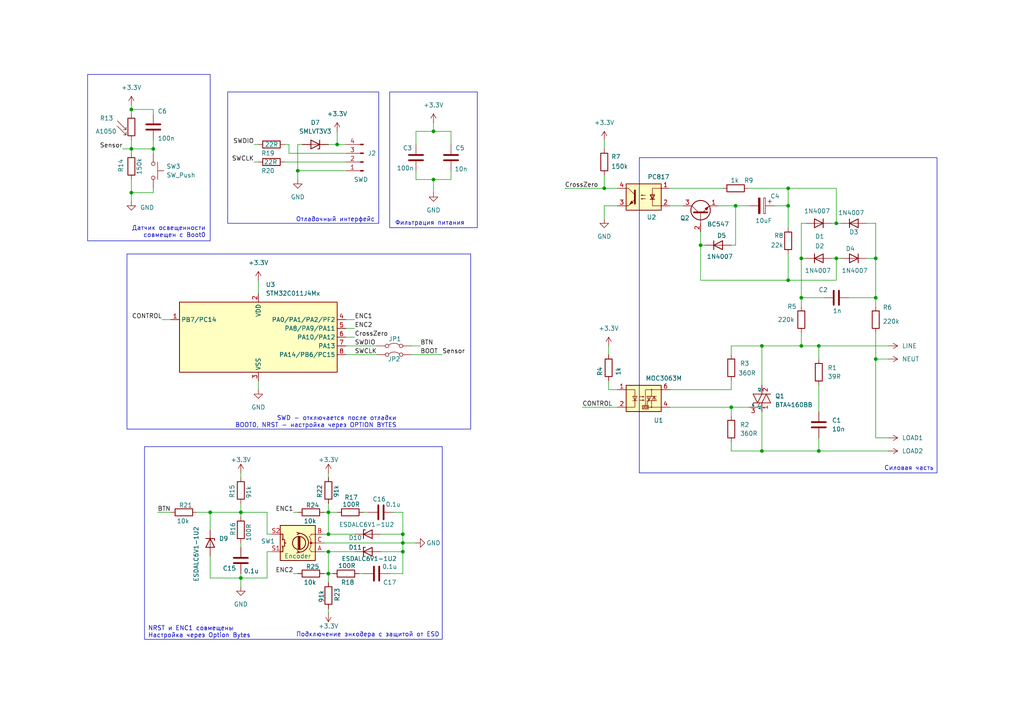
<source format=kicad_sch>
(kicad_sch (version 20250114) (generator "eeschema") (generator_version "9.0")
  (paper "A4")
  (title_block (title "Диммер с датчиком освещенности") (comment 2 "Зеленин Е.В."))
  (lib_symbols
    (symbol "Connector:Conn_01x04_Pin" (pin_names (offset 1.016) (hide yes))
      (property "Reference" "J" (at 0 5.08 0))
      (property "Value" "Conn_01x04_Pin" (at 0 -7.62 0))
      (symbol "Conn_01x04_Pin_1_1"
        (rectangle (start 0.8636 2.667) (end 0 2.413) (stroke (width 0.1524)) (fill (type outline)))
        (rectangle (start 0.8636 0.127) (end 0 -0.127) (stroke (width 0.1524)) (fill (type outline)))
        (rectangle (start 0.8636 -2.413) (end 0 -2.667) (stroke (width 0.1524)) (fill (type outline)))
        (rectangle (start 0.8636 -4.953) (end 0 -5.207) (stroke (width 0.1524)) (fill (type outline)))
        (polyline (pts (xy 1.27 2.54) (xy 0.8636 2.54)) (stroke (width 0.1524)))
        (polyline (pts (xy 1.27 0) (xy 0.8636 0)) (stroke (width 0.1524)))
        (polyline (pts (xy 1.27 -2.54) (xy 0.8636 -2.54)) (stroke (width 0.1524)))
        (polyline (pts (xy 1.27 -5.08) (xy 0.8636 -5.08)) (stroke (width 0.1524)))
        (pin passive line (at 5.08 2.54 180) (length 3.81) (name "Pin_1") (number "1"))
        (pin passive line (at 5.08 0 180) (length 3.81) (name "Pin_2") (number "2"))
        (pin passive line (at 5.08 -2.54 180) (length 3.81) (name "Pin_3") (number "3"))
        (pin passive line (at 5.08 -5.08 180) (length 3.81) (name "Pin_4") (number "4"))
      )
    )
    (symbol "Device:C" (pin_numbers (hide yes)) (pin_names (offset 0.254))
      (property "Reference" "C" (at 0.635 2.54 0))
      (property "Value" "C" (at 0.635 -2.54 0))
      (symbol "C_0_1"
        (polyline (pts (xy -2.032 0.762) (xy 2.032 0.762)) (stroke (width 0.508)))
        (polyline (pts (xy -2.032 -0.762) (xy 2.032 -0.762)) (stroke (width 0.508)))
      )
      (symbol "C_1_1"
        (pin passive line (at 0 3.81 270) (length 2.794) (name "~") (number "1"))
        (pin passive line (at 0 -3.81 90) (length 2.794) (name "~") (number "2"))
      )
    )
    (symbol "Device:C_Polarized" (pin_numbers (hide yes)) (pin_names (offset 0.254))
      (property "Reference" "C" (at 0.635 2.54 0))
      (property "Value" "C_Polarized" (at 0.635 -2.54 0))
      (symbol "C_Polarized_0_1"
        (rectangle (start -2.286 0.508) (end 2.286 1.016))
        (polyline (pts (xy -1.778 2.286) (xy -0.762 2.286)))
        (polyline (pts (xy -1.27 2.794) (xy -1.27 1.778)))
        (rectangle (start 2.286 -0.508) (end -2.286 -1.016) (fill (type outline)))
      )
      (symbol "C_Polarized_1_1"
        (pin passive line (at 0 3.81 270) (length 2.794) (name "~") (number "1"))
        (pin passive line (at 0 -3.81 90) (length 2.794) (name "~") (number "2"))
      )
    )
    (symbol "Device:D" (pin_numbers (hide yes)) (pin_names (offset 1.016) (hide yes))
      (property "Reference" "D" (at 0 2.54 0))
      (property "Value" "D" (at 0 -2.54 0))
      (symbol "D_0_1"
        (polyline (pts (xy -1.27 1.27) (xy -1.27 -1.27)) (stroke (width 0.254)))
        (polyline (pts (xy 1.27 1.27) (xy 1.27 -1.27) (xy -1.27 0) (xy 1.27 1.27)) (stroke (width 0.254)))
        (polyline (pts (xy 1.27 0) (xy -1.27 0)))
      )
      (symbol "D_1_1"
        (pin passive line (at -3.81 0 0) (length 2.54) (name "K") (number "1"))
        (pin passive line (at 3.81 0 180) (length 2.54) (name "A") (number "2"))
      )
    )
    (symbol "Device:R" (pin_numbers (hide yes)) (pin_names (offset 0))
      (property "Reference" "R" (at 2.032 0 90))
      (property "Value" "R" (at 0 0 90))
      (symbol "R_0_1"
        (rectangle (start -1.016 -2.54) (end 1.016 2.54) (stroke (width 0.254)))
      )
      (symbol "R_1_1"
        (pin passive line (at 0 3.81 270) (length 1.27) (name "~") (number "1"))
        (pin passive line (at 0 -3.81 90) (length 1.27) (name "~") (number "2"))
      )
    )
    (symbol "Device:RotaryEncoder_Switch" (pin_names (offset 0.254) (hide yes))
      (property "Reference" "SW" (at 0 6.604 0))
      (property "Value" "RotaryEncoder_Switch" (at 0 -6.604 0))
      (symbol "RotaryEncoder_Switch_0_1"
        (rectangle (start -5.08 5.08) (end 5.08 -5.08) (stroke (width 0.254)) (fill (type background)))
        (polyline (pts (xy -5.08 2.54) (xy -3.81 2.54) (xy -3.81 2.032)))
        (polyline (pts (xy -5.08 0) (xy -3.81 0) (xy -3.81 -1.016) (xy -3.302 -2.032)))
        (polyline (pts (xy -5.08 -2.54) (xy -3.81 -2.54) (xy -3.81 -2.032)))
        (polyline (pts (xy -4.318 0) (xy -3.81 0) (xy -3.81 1.016) (xy -3.302 2.032)))
        (circle (center -3.81 0) (radius 0.254) (fill (type outline)))
        (polyline (pts (xy -0.635 -1.778) (xy -0.635 1.778)) (stroke (width 0.254)))
        (circle (center -0.381 0) (radius 1.905) (stroke (width 0.254)))
        (polyline (pts (xy -0.381 -1.778) (xy -0.381 1.778)) (stroke (width 0.254)))
        (arc (start -0.381 -2.794) (mid -3.0988 -0.0635) (end -0.381 2.667) (stroke (width 0.254)))
        (polyline (pts (xy -0.127 1.778) (xy -0.127 -1.778)) (stroke (width 0.254)))
        (polyline (pts (xy 0.254 2.921) (xy -0.508 2.667) (xy 0.127 2.286)) (stroke (width 0.254)))
        (polyline (pts (xy 0.254 -3.048) (xy -0.508 -2.794) (xy 0.127 -2.413)) (stroke (width 0.254)))
        (polyline (pts (xy 3.81 1.016) (xy 3.81 -1.016)) (stroke (width 0.254)))
        (polyline (pts (xy 3.81 0) (xy 3.429 0)) (stroke (width 0.254)))
        (circle (center 4.318 1.016) (radius 0.127) (stroke (width 0.254)))
        (circle (center 4.318 -1.016) (radius 0.127) (stroke (width 0.254)))
        (polyline (pts (xy 5.08 2.54) (xy 4.318 2.54) (xy 4.318 1.016)) (stroke (width 0.254)))
        (polyline (pts (xy 5.08 -2.54) (xy 4.318 -2.54) (xy 4.318 -1.016)) (stroke (width 0.254)))
      )
      (symbol "RotaryEncoder_Switch_1_1"
        (pin passive line (at -7.62 2.54 0) (length 2.54) (name "A") (number "A"))
        (pin passive line (at -7.62 0 0) (length 2.54) (name "C") (number "C"))
        (pin passive line (at -7.62 -2.54 0) (length 2.54) (name "B") (number "B"))
        (pin passive line (at 7.62 2.54 180) (length 2.54) (name "S1") (number "S1"))
        (pin passive line (at 7.62 -2.54 180) (length 2.54) (name "S2") (number "S2"))
      )
    )
    (symbol "Diode:ESD5Zxx" (pin_numbers (hide yes)) (pin_names (hide yes))
      (property "Reference" "D" (at 0 2.54 0))
      (property "Value" "ESD5Zxx" (at 0 -2.54 0))
      (symbol "ESD5Zxx_0_1"
        (polyline (pts (xy -1.27 -1.27) (xy -1.27 1.27) (xy -0.762 1.27)) (stroke (width 0.254)))
        (polyline (pts (xy 1.27 0) (xy -1.27 0)))
        (polyline (pts (xy 1.27 -1.27) (xy 1.27 1.27) (xy -1.27 0) (xy 1.27 -1.27)) (stroke (width 0.254)))
      )
      (symbol "ESD5Zxx_1_1"
        (pin passive line (at -3.81 0 0) (length 2.54) (name "K") (number "1"))
        (pin passive line (at 3.81 0 180) (length 2.54) (name "A") (number "2"))
      )
    )
    (symbol "Isolator:PC817" (pin_names (offset 1.016))
      (property "Reference" "U" (at -5.08 5.08 0))
      (property "Value" "PC817" (at 0 5.08 0))
      (symbol "PC817_0_1"
        (rectangle (start -5.08 3.81) (end 5.08 -3.81) (stroke (width 0.254)) (fill (type background)))
        (polyline (pts (xy -5.08 2.54) (xy -2.54 2.54) (xy -2.54 -0.635)))
        (polyline (pts (xy -3.175 -0.635) (xy -1.905 -0.635)) (stroke (width 0.254)))
        (polyline (pts (xy -2.54 -0.635) (xy -2.54 -2.54) (xy -5.08 -2.54)))
        (polyline (pts (xy -2.54 -0.635) (xy -3.175 0.635) (xy -1.905 0.635) (xy -2.54 -0.635)) (stroke (width 0.254)))
        (polyline (pts (xy -0.508 0.508) (xy 0.762 0.508) (xy 0.381 0.381) (xy 0.381 0.635) (xy 0.762 0.508)))
        (polyline (pts (xy -0.508 -0.508) (xy 0.762 -0.508) (xy 0.381 -0.635) (xy 0.381 -0.381) (xy 0.762 -0.508)))
        (polyline (pts (xy 2.54 1.905) (xy 2.54 -1.905) (xy 2.54 -1.905)) (stroke (width 0.508)))
        (polyline (pts (xy 2.54 0.635) (xy 4.445 2.54)))
        (polyline (pts (xy 3.048 -1.651) (xy 3.556 -1.143) (xy 4.064 -2.159) (xy 3.048 -1.651) (xy 3.048 -1.651)) (fill (type outline)))
        (polyline (pts (xy 4.445 2.54) (xy 5.08 2.54)))
        (polyline (pts (xy 4.445 -2.54) (xy 2.54 -0.635)) (fill (type outline)))
        (polyline (pts (xy 4.445 -2.54) (xy 5.08 -2.54)))
      )
      (symbol "PC817_1_1"
        (pin passive line (at -7.62 2.54 0) (length 2.54) (name "~") (number "1"))
        (pin passive line (at -7.62 -2.54 0) (length 2.54) (name "~") (number "2"))
        (pin passive line (at 7.62 2.54 180) (length 2.54) (name "~") (number "4"))
        (pin passive line (at 7.62 -2.54 180) (length 2.54) (name "~") (number "3"))
      )
    )
    (symbol "Jumper:Jumper_2_Bridged" (pin_numbers (hide yes)) (pin_names (offset 0) (hide yes)) (exclude_from_sim yes)
      (property "Reference" "JP" (at 0 1.905 0))
      (property "Value" "Jumper_2_Bridged" (at 0 -2.54 0))
      (symbol "Jumper_2_Bridged_0_0"
        (circle (center -2.032 0) (radius 0.508))
        (circle (center 2.032 0) (radius 0.508))
      )
      (symbol "Jumper_2_Bridged_0_1"
        (arc (start -1.524 0.254) (mid 0 0.762) (end 1.524 0.254))
      )
      (symbol "Jumper_2_Bridged_1_1"
        (pin passive line (at -5.08 0 0) (length 2.54) (name "A") (number "1"))
        (pin passive line (at 5.08 0 180) (length 2.54) (name "B") (number "2"))
      )
    )
    (symbol "MCU_ST_STM32C0:STM32C011J4Mx"
      (property "Reference" "U" (at -22.86 11.43 0))
      (property "Value" "STM32C011J4Mx" (at 2.54 11.43 0))
      (symbol "STM32C011J4Mx_0_1"
        (rectangle (start -22.86 -10.16) (end 22.86 10.16) (stroke (width 0.254)) (fill (type background)))
      )
      (symbol "STM32C011J4Mx_1_1"
        (pin bidirectional line (at -25.4 5.08 0) (length 2.54) (name "PB7/PC14") (number "1"))
        (pin power_in line (at 0 12.7 270) (length 2.54) (name "VDD") (number "2"))
        (pin power_in line (at 0 -12.7 90) (length 2.54) (name "VSS") (number "3"))
        (pin bidirectional line (at 25.4 5.08 180) (length 2.54) (name "PA0/PA1/PA2/PF2") (number "4"))
        (pin bidirectional line (at 25.4 2.54 180) (length 2.54) (name "PA8/PA9/PA11") (number "5"))
        (pin bidirectional line (at 25.4 0 180) (length 2.54) (name "PA10/PA12") (number "6"))
        (pin bidirectional line (at 25.4 -2.54 180) (length 2.54) (name "PA13") (number "7"))
        (pin bidirectional line (at 25.4 -5.08 180) (length 2.54) (name "PA14/PB6/PC15") (number "8"))
      )
    )
    (symbol "Relay_SolidState:MOC3063M"
      (property "Reference" "U" (at -5.08 5.08 0))
      (property "Value" "MOC3063M" (at 0 5.08 0))
      (symbol "MOC3063M_0_0"
        (rectangle (start -0.381 -2.032) (end 1.397 -3.048))
        (polyline (pts (xy 1.524 -0.635) (xy 1.016 -1.016) (xy 1.016 -2.032)))
        (polyline (pts (xy 2.286 -2.54) (xy 1.397 -2.54)))
        (text "ZCD" (at 0.508 -2.54 0) (effects (font (size 0.508 0.508))))
      )
      (symbol "MOC3063M_0_1"
        (rectangle (start -5.08 3.81) (end 5.08 -3.81) (stroke (width 0.254)) (fill (type background)))
        (polyline (pts (xy -5.08 2.54) (xy -2.54 2.54) (xy -2.54 -2.54) (xy -5.08 -2.54)))
        (polyline (pts (xy -3.175 -0.635) (xy -1.905 -0.635)))
        (polyline (pts (xy -2.54 -0.635) (xy -3.175 0.635) (xy -1.905 0.635) (xy -2.54 -0.635)))
        (polyline (pts (xy -1.143 0.508) (xy 0.127 0.508) (xy -0.254 0.381) (xy -0.254 0.635) (xy 0.127 0.508)))
        (polyline (pts (xy -1.143 -0.508) (xy 0.127 -0.508) (xy -0.254 -0.635) (xy -0.254 -0.381) (xy 0.127 -0.508)))
        (polyline (pts (xy 0.889 -0.635) (xy 3.683 -0.635) (xy 3.048 0.635) (xy 2.413 -0.635)))
        (polyline (pts (xy 1.524 -0.635) (xy 1.524 0.635)))
        (polyline (pts (xy 2.286 2.54) (xy 0.508 2.54) (xy 0.508 -2.032)))
        (circle (center 2.286 2.54) (radius 0.127))
        (polyline (pts (xy 2.286 0.635) (xy 2.286 2.54) (xy 5.08 2.54)))
        (polyline (pts (xy 2.286 -0.635) (xy 2.286 -2.54) (xy 5.08 -2.54)))
        (circle (center 2.286 -2.54) (radius 0.127))
        (polyline (pts (xy 3.048 0.635) (xy 3.048 -0.635)))
        (polyline (pts (xy 3.683 0.635) (xy 0.889 0.635) (xy 1.524 -0.635) (xy 2.159 0.635)))
      )
      (symbol "MOC3063M_1_1"
        (pin passive line (at -7.62 2.54 0) (length 2.54) (name "~") (number "1"))
        (pin passive line (at -7.62 -2.54 0) (length 2.54) (name "~") (number "2"))
        (pin no_connect line (at -5.08 0 0) (length 2.54) (hide yes) (name "NC") (number "3"))
        (pin no_connect line (at 5.08 0 180) (length 2.54) (hide yes) (name "NC") (number "5"))
        (pin passive line (at 7.62 2.54 180) (length 2.54) (name "~") (number "6"))
        (pin passive line (at 7.62 -2.54 180) (length 2.54) (name "~") (number "4"))
      )
    )
    (symbol "Sensor_Optical:A1050" (pin_numbers (hide yes)) (pin_names (offset 0))
      (property "Reference" "R" (at -5.08 0 90))
      (property "Value" "A1050" (at 1.905 0 90))
      (symbol "A1050_0_1"
        (polyline (pts (xy -1.524 -0.762) (xy -4.064 1.778)))
        (polyline (pts (xy -1.524 -0.762) (xy -2.286 -0.762)))
        (polyline (pts (xy -1.524 -0.762) (xy -1.524 0)))
        (polyline (pts (xy -1.524 -2.286) (xy -4.064 0.254)))
        (polyline (pts (xy -1.524 -2.286) (xy -2.286 -2.286)))
        (polyline (pts (xy -1.524 -2.286) (xy -1.524 -1.524)))
        (rectangle (start -1.016 2.54) (end 1.016 -2.54) (stroke (width 0.254)))
      )
      (symbol "A1050_1_1"
        (pin passive line (at 0 3.81 270) (length 1.27) (name "~") (number "1"))
        (pin passive line (at 0 -3.81 90) (length 1.27) (name "~") (number "2"))
      )
    )
    (symbol "Switch:SW_Push" (pin_numbers (hide yes)) (pin_names (offset 1.016) (hide yes))
      (property "Reference" "SW" (at 1.27 2.54 0))
      (property "Value" "SW_Push" (at 0 -1.524 0))
      (symbol "SW_Push_0_1"
        (circle (center -2.032 0) (radius 0.508))
        (polyline (pts (xy 0 1.27) (xy 0 3.048)))
        (circle (center 2.032 0) (radius 0.508))
        (polyline (pts (xy 2.54 1.27) (xy -2.54 1.27)))
        (pin passive line (at -5.08 0 0) (length 2.54) (name "1") (number "1"))
        (pin passive line (at 5.08 0 180) (length 2.54) (name "2") (number "2"))
      )
    )
    (symbol "Transistor_BJT:BC107" (pin_names (offset 0) (hide yes))
      (property "Reference" "Q" (at 5.08 1.905 0))
      (property "Value" "BC107" (at 5.08 0 0))
      (symbol "BC107_0_1"
        (polyline (pts (xy -2.54 0) (xy 0.635 0)))
        (polyline (pts (xy 0.635 1.905) (xy 0.635 -1.905)) (stroke (width 0.508)))
        (circle (center 1.27 0) (radius 2.8194) (stroke (width 0.254)))
      )
      (symbol "BC107_1_1"
        (polyline (pts (xy 0.635 0.635) (xy 2.54 2.54)))
        (polyline (pts (xy 0.635 -0.635) (xy 2.54 -2.54)))
        (polyline (pts (xy 1.27 -1.778) (xy 1.778 -1.27) (xy 2.286 -2.286) (xy 1.27 -1.778)) (fill (type outline)))
        (pin input line (at -5.08 0 0) (length 2.54) (name "B") (number "2"))
        (pin passive line (at 2.54 5.08 270) (length 2.54) (name "C") (number "3"))
        (pin passive line (at 2.54 -5.08 90) (length 2.54) (name "E") (number "1"))
      )
    )
    (symbol "Triac_Thyristor:BTA16-600B" (pin_names (offset 0))
      (property "Reference" "Q" (at 5.08 1.905 0))
      (property "Value" "BTA16-600B" (at 5.08 0 0))
      (symbol "BTA16-600B_0_1"
        (polyline (pts (xy -2.54 1.27) (xy 2.54 1.27)) (stroke (width 0.2032)))
        (polyline (pts (xy -2.54 1.27) (xy -1.27 -1.27) (xy 0 1.27)) (stroke (width 0.2032)))
        (polyline (pts (xy -2.54 -1.27) (xy 2.54 -1.27)) (stroke (width 0.2032)))
        (polyline (pts (xy -1.27 -2.54) (xy -0.635 -1.27)))
        (polyline (pts (xy 0 -1.27) (xy 1.27 1.27) (xy 2.54 -1.27)) (stroke (width 0.2032)))
      )
      (symbol "BTA16-600B_1_1"
        (pin input line (at -3.81 -2.54 0) (length 2.54) (name "G") (number "3"))
        (pin passive line (at 0 3.81 270) (length 2.54) (name "A2") (number "2"))
        (pin passive line (at 0 -3.81 90) (length 2.54) (name "A1") (number "1"))
      )
    )
    (symbol "power:+3.3V" (power) (pin_numbers (hide yes)) (pin_names (offset 0) (hide yes))
      (property "Value" "+3.3V" (at 0 3.556 0))
      (symbol "+3.3V_0_1"
        (polyline (pts (xy -0.762 1.27) (xy 0 2.54)))
        (polyline (pts (xy 0 2.54) (xy 0.762 1.27)))
        (polyline (pts (xy 0 0) (xy 0 2.54)))
      )
      (symbol "+3.3V_1_1"
        (pin power_in line (at 0 0 90) (length 0) (name "~") (number "1"))
      )
    )
    (symbol "power:GND" (power) (pin_numbers (hide yes)) (pin_names (offset 0) (hide yes))
      (property "Value" "GND" (at 0 -3.81 0))
      (symbol "GND_0_1"
        (polyline (pts (xy 0 0) (xy 0 -1.27) (xy 1.27 -1.27) (xy 0 -2.54) (xy -1.27 -1.27) (xy 0 -1.27)))
      )
      (symbol "GND_1_1"
        (pin power_in line (at 0 0 270) (length 0) (name "~") (number "1"))
      )
    )
    (symbol "power:LINE" (power) (pin_numbers (hide yes)) (pin_names (offset 0) (hide yes))
      (property "Value" "LINE" (at 0 3.556 0))
      (symbol "LINE_0_1"
        (polyline (pts (xy -0.762 1.27) (xy 0 2.54)))
        (polyline (pts (xy 0 2.54) (xy 0.762 1.27)))
        (polyline (pts (xy 0 0) (xy 0 2.54)))
      )
      (symbol "LINE_1_1"
        (pin power_in line (at 0 0 90) (length 0) (name "~") (number "1"))
      )
    )
    (symbol "power:NEUT" (power) (pin_numbers (hide yes)) (pin_names (offset 0) (hide yes))
      (property "Value" "NEUT" (at 0 3.556 0))
      (symbol "NEUT_0_1"
        (polyline (pts (xy -0.762 1.27) (xy 0 2.54)))
        (polyline (pts (xy 0 2.54) (xy 0.762 1.27)))
        (polyline (pts (xy 0 0) (xy 0 2.54)))
      )
      (symbol "NEUT_1_1"
        (pin power_in line (at 0 0 90) (length 0) (name "~") (number "1"))
      )
    )
  )
  (rectangle (start 185.42 45.72) (end 271.78 137.16))
  (rectangle (start 36.83 73.66) (end 136.525 124.46))
  (rectangle (start 113.03 26.67) (end 138.43 66.04))
  (rectangle (start 66.04 26.67) (end 109.855 64.77))
  (rectangle (start 25.4 21.59) (end 60.96 69.85))
  (rectangle (start 41.91 129.54) (end 128.27 185.42))
  (text "Датчик освещенности\nсовмещен с Boot0" (at 59.69 67.31 0) (effects (font (size 1.27 1.27)) (justify right)))
  (text "Подключение энкодера с защитой от ESD" (at 106.68 184.15 0) (effects (font (size 1.27 1.27))))
  (text "Отладочный интерфейс" (at 97.282 63.754 0) (effects (font (size 1.27 1.27))))
  (text "Силовая часть" (at 263.652 135.89 0) (effects (font (size 1.27 1.27))))
  (text "NRST и ENC1 совмещены\nНастройка через Option Bytes" (at 42.926 183.388 0) (effects (font (size 1.27 1.27) (thickness 0.1588)) (justify left)))
  (text "Фильтрация питания" (at 124.714 64.77 0) (effects (font (size 1.27 1.27))))
  (text "SWD - отключается после отладки\nBOOT0, NRST - настройка через OPTION BYTES\n" (at 115.062 122.428 0) (effects (font (size 1.27 1.27)) (justify right)))
  (junction (at 232.41 100.33))
  (junction (at 254 74.93))
  (junction (at 95.25 166.37))
  (junction (at 95.25 148.59))
  (junction (at 38.1 31.75))
  (junction (at 220.98 130.81))
  (junction (at 213.36 59.69))
  (junction (at 116.84 154.94))
  (junction (at 220.98 100.33))
  (junction (at 232.41 86.36))
  (junction (at 116.84 157.48))
  (junction (at 212.09 118.11))
  (junction (at 237.49 100.33))
  (junction (at 228.6 59.69))
  (junction (at 254 86.36))
  (junction (at 38.1 55.88))
  (junction (at 38.1 43.18))
  (junction (at 97.79 41.91))
  (junction (at 69.85 167.64))
  (junction (at 116.84 160.02))
  (junction (at 95.25 160.02))
  (junction (at 228.6 81.28))
  (junction (at 232.41 74.93))
  (junction (at 125.73 38.1))
  (junction (at 254 104.14))
  (junction (at 60.96 148.59))
  (junction (at 44.45 43.18))
  (junction (at 95.25 154.94))
  (junction (at 242.57 64.77))
  (junction (at 242.57 74.93))
  (junction (at 69.85 148.59))
  (junction (at 125.73 52.07))
  (junction (at 175.26 54.61))
  (junction (at 203.2 71.12))
  (junction (at 228.6 54.61))
  (junction (at 86.36 49.53))
  (junction (at 237.49 130.81))
  (wire (pts (xy 228.6 54.61) (xy 228.6 59.69)))
  (wire (pts (xy 60.96 167.64) (xy 69.85 167.64)))
  (wire (pts (xy 95.25 148.59) (xy 95.25 154.94)))
  (wire (pts (xy 116.84 148.59) (xy 116.84 154.94)))
  (wire (pts (xy 114.3 148.59) (xy 116.84 148.59)))
  (wire (pts (xy 241.3 64.77) (xy 242.57 64.77)))
  (wire (pts (xy 237.49 100.33) (xy 232.41 100.33)))
  (wire (pts (xy 228.6 73.66) (xy 228.6 81.28)))
  (wire (pts (xy 203.2 81.28) (xy 203.2 71.12)))
  (wire (pts (xy 176.53 110.49) (xy 176.53 113.03)))
  (wire (pts (xy 110.49 154.94) (xy 116.84 154.94)))
  (wire (pts (xy 175.26 59.69) (xy 175.26 63.5)))
  (wire (pts (xy 77.47 160.02) (xy 77.47 167.64)))
  (wire (pts (xy 212.09 130.81) (xy 220.98 130.81)))
  (wire (pts (xy 77.47 160.02) (xy 78.74 160.02)))
  (wire (pts (xy 97.79 38.1) (xy 97.79 41.91)))
  (wire (pts (xy 38.1 55.88) (xy 38.1 58.42)))
  (wire (pts (xy 69.85 148.59) (xy 69.85 149.86)))
  (wire (pts (xy 38.1 52.07) (xy 38.1 55.88)))
  (wire (pts (xy 254 64.77) (xy 254 74.93)))
  (wire (pts (xy 254 127) (xy 254 104.14)))
  (wire (pts (xy 213.36 71.12) (xy 212.09 71.12)))
  (wire (pts (xy 212.09 118.11) (xy 212.09 120.65)))
  (wire (pts (xy 104.14 166.37) (xy 105.41 166.37)))
  (wire (pts (xy 175.26 50.8) (xy 175.26 54.61)))
  (wire (pts (xy 35.56 43.18) (xy 38.1 43.18)))
  (wire (pts (xy 95.25 177.8) (xy 95.25 176.53)))
  (wire (pts (xy 220.98 130.81) (xy 220.98 119.38)))
  (wire (pts (xy 100.33 97.79) (xy 102.87 97.79)))
  (wire (pts (xy 242.57 54.61) (xy 242.57 64.77)))
  (wire (pts (xy 213.36 59.69) (xy 213.36 71.12)))
  (wire (pts (xy 83.82 41.91) (xy 83.82 44.45)))
  (wire (pts (xy 69.85 167.64) (xy 69.85 170.18)))
  (wire (pts (xy 251.46 64.77) (xy 254 64.77)))
  (wire (pts (xy 254 96.52) (xy 254 104.14)))
  (wire (pts (xy 95.25 168.91) (xy 95.25 166.37)))
  (wire (pts (xy 237.49 130.81) (xy 257.81 130.81)))
  (wire (pts (xy 257.81 127) (xy 254 127)))
  (wire (pts (xy 44.45 54.61) (xy 44.45 55.88)))
  (wire (pts (xy 95.25 160.02) (xy 102.87 160.02)))
  (wire (pts (xy 95.25 160.02) (xy 93.98 160.02)))
  (wire (pts (xy 83.82 44.45) (xy 100.33 44.45)))
  (wire (pts (xy 95.25 166.37) (xy 96.52 166.37)))
  (wire (pts (xy 130.81 52.07) (xy 130.81 49.53)))
  (wire (pts (xy 77.47 167.64) (xy 69.85 167.64)))
  (wire (pts (xy 194.31 54.61) (xy 209.55 54.61)))
  (wire (pts (xy 194.31 59.69) (xy 198.12 59.69)))
  (wire (pts (xy 212.09 102.87) (xy 212.09 100.33)))
  (wire (pts (xy 120.65 52.07) (xy 125.73 52.07)))
  (wire (pts (xy 232.41 74.93) (xy 233.68 74.93)))
  (wire (pts (xy 242.57 74.93) (xy 243.84 74.93)))
  (wire (pts (xy 217.17 54.61) (xy 228.6 54.61)))
  (wire (pts (xy 228.6 59.69) (xy 228.6 66.04)))
  (wire (pts (xy 95.25 160.02) (xy 95.25 166.37)))
  (wire (pts (xy 179.07 59.69) (xy 175.26 59.69)))
  (wire (pts (xy 38.1 55.88) (xy 44.45 55.88)))
  (wire (pts (xy 95.25 154.94) (xy 102.87 154.94)))
  (wire (pts (xy 125.73 35.56) (xy 125.73 38.1)))
  (wire (pts (xy 69.85 148.59) (xy 77.47 148.59)))
  (wire (pts (xy 194.31 113.03) (xy 212.09 113.03)))
  (wire (pts (xy 220.98 100.33) (xy 220.98 111.76)))
  (wire (pts (xy 100.33 95.25) (xy 102.87 95.25)))
  (wire (pts (xy 38.1 31.75) (xy 38.1 33.02)))
  (wire (pts (xy 93.98 166.37) (xy 95.25 166.37)))
  (wire (pts (xy 237.49 104.14) (xy 237.49 100.33)))
  (wire (pts (xy 100.33 102.87) (xy 109.22 102.87)))
  (wire (pts (xy 44.45 43.18) (xy 38.1 43.18)))
  (wire (pts (xy 194.31 118.11) (xy 212.09 118.11)))
  (wire (pts (xy 254 104.14) (xy 257.81 104.14)))
  (wire (pts (xy 69.85 166.37) (xy 69.85 167.64)))
  (wire (pts (xy 246.38 86.36) (xy 254 86.36)))
  (wire (pts (xy 116.84 157.48) (xy 116.84 160.02)))
  (wire (pts (xy 105.41 148.59) (xy 106.68 148.59)))
  (wire (pts (xy 228.6 81.28) (xy 242.57 81.28)))
  (wire (pts (xy 125.73 52.07) (xy 125.73 55.88)))
  (wire (pts (xy 203.2 81.28) (xy 228.6 81.28)))
  (wire (pts (xy 46.99 92.71) (xy 49.53 92.71)))
  (wire (pts (xy 93.98 148.59) (xy 95.25 148.59)))
  (wire (pts (xy 232.41 64.77) (xy 232.41 74.93)))
  (wire (pts (xy 232.41 86.36) (xy 238.76 86.36)))
  (wire (pts (xy 44.45 33.02) (xy 44.45 31.75)))
  (wire (pts (xy 86.36 49.53) (xy 100.33 49.53)))
  (wire (pts (xy 38.1 43.18) (xy 38.1 44.45)))
  (wire (pts (xy 237.49 130.81) (xy 220.98 130.81)))
  (wire (pts (xy 97.79 41.91) (xy 100.33 41.91)))
  (wire (pts (xy 95.25 146.05) (xy 95.25 148.59)))
  (wire (pts (xy 100.33 100.33) (xy 109.22 100.33)))
  (wire (pts (xy 44.45 44.45) (xy 44.45 43.18)))
  (wire (pts (xy 125.73 52.07) (xy 130.81 52.07)))
  (wire (pts (xy 203.2 71.12) (xy 204.47 71.12)))
  (wire (pts (xy 237.49 100.33) (xy 257.81 100.33)))
  (wire (pts (xy 224.79 59.69) (xy 228.6 59.69)))
  (wire (pts (xy 86.36 49.53) (xy 86.36 41.91)))
  (wire (pts (xy 44.45 31.75) (xy 38.1 31.75)))
  (wire (pts (xy 38.1 30.48) (xy 38.1 31.75)))
  (wire (pts (xy 212.09 118.11) (xy 217.17 118.11)))
  (wire (pts (xy 176.53 100.33) (xy 176.53 102.87)))
  (wire (pts (xy 242.57 81.28) (xy 242.57 74.93)))
  (wire (pts (xy 242.57 64.77) (xy 243.84 64.77)))
  (wire (pts (xy 95.25 148.59) (xy 97.79 148.59)))
  (wire (pts (xy 93.98 157.48) (xy 116.84 157.48)))
  (wire (pts (xy 119.38 100.33) (xy 121.92 100.33)))
  (wire (pts (xy 119.38 102.87) (xy 128.27 102.87)))
  (wire (pts (xy 69.85 157.48) (xy 69.85 158.75)))
  (wire (pts (xy 176.53 113.03) (xy 179.07 113.03)))
  (wire (pts (xy 77.47 154.94) (xy 78.74 154.94)))
  (wire (pts (xy 116.84 160.02) (xy 116.84 166.37)))
  (wire (pts (xy 116.84 154.94) (xy 116.84 157.48)))
  (wire (pts (xy 232.41 86.36) (xy 232.41 88.9)))
  (wire (pts (xy 232.41 74.93) (xy 232.41 86.36)))
  (wire (pts (xy 175.26 54.61) (xy 179.07 54.61)))
  (wire (pts (xy 57.15 148.59) (xy 60.96 148.59)))
  (wire (pts (xy 95.25 41.91) (xy 97.79 41.91)))
  (wire (pts (xy 232.41 100.33) (xy 220.98 100.33)))
  (wire (pts (xy 212.09 113.03) (xy 212.09 110.49)))
  (wire (pts (xy 82.55 41.91) (xy 83.82 41.91)))
  (wire (pts (xy 232.41 96.52) (xy 232.41 100.33)))
  (wire (pts (xy 82.55 46.99) (xy 100.33 46.99)))
  (wire (pts (xy 86.36 41.91) (xy 87.63 41.91)))
  (wire (pts (xy 120.65 41.91) (xy 120.65 38.1)))
  (wire (pts (xy 213.36 59.69) (xy 217.17 59.69)))
  (wire (pts (xy 60.96 153.67) (xy 60.96 148.59)))
  (wire (pts (xy 74.93 110.49) (xy 74.93 113.03)))
  (wire (pts (xy 175.26 40.64) (xy 175.26 43.18)))
  (wire (pts (xy 241.3 74.93) (xy 242.57 74.93)))
  (wire (pts (xy 168.91 118.11) (xy 179.07 118.11)))
  (wire (pts (xy 208.28 59.69) (xy 213.36 59.69)))
  (wire (pts (xy 38.1 40.64) (xy 38.1 43.18)))
  (wire (pts (xy 163.83 54.61) (xy 175.26 54.61)))
  (wire (pts (xy 120.65 38.1) (xy 125.73 38.1)))
  (wire (pts (xy 116.84 157.48) (xy 120.65 157.48)))
  (wire (pts (xy 212.09 100.33) (xy 220.98 100.33)))
  (wire (pts (xy 95.25 137.16) (xy 95.25 138.43)))
  (wire (pts (xy 254 74.93) (xy 254 86.36)))
  (wire (pts (xy 69.85 137.16) (xy 69.85 138.43)))
  (wire (pts (xy 44.45 40.64) (xy 44.45 43.18)))
  (wire (pts (xy 125.73 38.1) (xy 130.81 38.1)))
  (wire (pts (xy 73.66 46.99) (xy 74.93 46.99)))
  (wire (pts (xy 228.6 54.61) (xy 242.57 54.61)))
  (wire (pts (xy 60.96 148.59) (xy 69.85 148.59)))
  (wire (pts (xy 110.49 160.02) (xy 116.84 160.02)))
  (wire (pts (xy 86.36 49.53) (xy 86.36 52.07)))
  (wire (pts (xy 60.96 161.29) (xy 60.96 167.64)))
  (wire (pts (xy 254 86.36) (xy 254 88.9)))
  (wire (pts (xy 254 74.93) (xy 251.46 74.93)))
  (wire (pts (xy 85.09 148.59) (xy 86.36 148.59)))
  (wire (pts (xy 77.47 148.59) (xy 77.47 154.94)))
  (wire (pts (xy 237.49 111.76) (xy 237.49 119.38)))
  (wire (pts (xy 120.65 49.53) (xy 120.65 52.07)))
  (wire (pts (xy 100.33 92.71) (xy 102.87 92.71)))
  (wire (pts (xy 74.93 81.28) (xy 74.93 85.09)))
  (wire (pts (xy 212.09 128.27) (xy 212.09 130.81)))
  (wire (pts (xy 85.09 166.37) (xy 86.36 166.37)))
  (wire (pts (xy 45.72 148.59) (xy 49.53 148.59)))
  (wire (pts (xy 237.49 127) (xy 237.49 130.81)))
  (wire (pts (xy 73.66 41.91) (xy 74.93 41.91)))
  (wire (pts (xy 233.68 64.77) (xy 232.41 64.77)))
  (wire (pts (xy 113.03 166.37) (xy 116.84 166.37)))
  (wire (pts (xy 130.81 38.1) (xy 130.81 41.91)))
  (wire (pts (xy 93.98 154.94) (xy 95.25 154.94)))
  (wire (pts (xy 203.2 67.31) (xy 203.2 71.12)))
  (wire (pts (xy 69.85 146.05) (xy 69.85 148.59)))
  (label "BOOT" (at 121.92 102.87 0))
  (label "SWDIO" (at 73.66 41.91 180))
  (label "SWCLK" (at 73.66 46.99 180))
  (label "CrossZero" (at 163.83 54.61 0))
  (label "CONTROL" (at 168.91 118.11 0))
  (label "BTN" (at 45.72 148.59 0))
  (label "BTN" (at 121.92 100.33 0))
  (label "SWDIO" (at 102.87 100.33 0))
  (label "ENC1" (at 85.09 148.59 180))
  (label "CONTROL" (at 46.99 92.71 180))
  (label "SWCLK" (at 102.87 102.87 0))
  (label "ENC2" (at 102.87 95.25 0))
  (label "Sensor" (at 35.56 43.18 180))
  (label "ENC2" (at 85.09 166.37 180))
  (label "Sensor" (at 128.27 102.87 0))
  (label "CrossZero" (at 102.87 97.79 0))
  (label "ENC1" (at 102.87 92.71 0))
  (symbol (lib_id "Device:R") (at 100.33 166.37 270) (unit 1)
    (property "Reference" "R18" (at 100.838 168.91 90))
    (property "Value" "100R" (at 100.584 164.084 90))
    (property "Footprint" "Resistor_SMD:R_0402_1005Metric" (effects (hide yes)))
    (property "Description" "Resistor" (effects (hide yes)))
  )
  (symbol (lib_id "power:GND") (at 86.36 52.07 0) (unit 1)
    (property "Reference" "#PWR019" (effects (hide yes)))
    (property "Value" "GND" (at 86.36 57.15 0))
    (property "Description" "Power symbol creates a global label with name \"GND\" , ground" (effects (hide yes)))
  )
  (symbol (lib_id "Transistor_BJT:BC107") (at 203.2 62.23 90) (unit 1)
    (property "Reference" "Q2" (at 198.628 63.246 90))
    (property "Value" "BC547" (at 208.28 65.024 90))
    (property "Footprint" "Package_TO_SOT_THT:TO-18-3" (effects (hide yes)))
    (property "Datasheet" "http://www.b-kainka.de/Daten/Transistor/BC108.pdf" (effects (hide yes)))
    (property "Description" "0.1A Ic, 50V Vce, Low Noise General Purpose NPN Transistor, TO-18" (effects (hide yes)))
  )
  (symbol (lib_id "Device:C") (at 242.57 86.36 90) (unit 1)
    (property "Reference" "C2" (at 238.76 84.074 90))
    (property "Value" "1n" (at 242.824 90.17 90))
    (property "Description" "Unpolarized capacitor" (effects (hide yes)))
  )
  (symbol (lib_id "power:+3.3V") (at 74.93 81.28 0) (unit 1)
    (property "Reference" "#PWR010" (effects (hide yes)))
    (property "Value" "+3.3V" (at 74.93 76.2 0))
    (property "Description" "Power symbol creates a global label with name \"+3.3V\"" (effects (hide yes)))
  )
  (symbol (lib_id "power:NEUT") (at 257.81 130.81 270) (unit 1)
    (property "Reference" "#PWR04" (effects (hide yes)))
    (property "Value" "LOAD2" (at 261.62 130.8099 90) (effects (justify left)))
    (property "Description" "Power symbol creates a global label with name \"NEUT\"" (effects (hide yes)))
  )
  (symbol (lib_id "Device:R") (at 69.85 142.24 180) (unit 1)
    (property "Reference" "R15" (at 67.31 142.494 90))
    (property "Value" "91k" (at 72.136 142.748 90))
    (property "Footprint" "Resistor_SMD:R_0402_1005Metric" (effects (hide yes)))
    (property "Description" "Resistor" (effects (hide yes)))
  )
  (symbol (lib_id "power:GND") (at 74.93 113.03 0) (unit 1)
    (property "Reference" "#PWR09" (effects (hide yes)))
    (property "Value" "GND" (at 74.93 118.11 0))
    (property "Description" "Power symbol creates a global label with name \"GND\" , ground" (effects (hide yes)))
  )
  (symbol (lib_id "power:GND") (at 38.1 58.42 0) (unit 1)
    (property "Reference" "#PWR015" (effects (hide yes)))
    (property "Value" "GND" (at 42.672 60.198 0))
    (property "Description" "Power symbol creates a global label with name \"GND\" , ground" (effects (hide yes)))
  )
  (symbol (lib_id "power:+3.3V") (at 176.53 100.33 0) (unit 1)
    (property "Reference" "#PWR08" (effects (hide yes)))
    (property "Value" "+3.3V" (at 176.53 95.25 0))
    (property "Description" "Power symbol creates a global label with name \"+3.3V\"" (effects (hide yes)))
  )
  (symbol (lib_id "Device:C") (at 120.65 45.72 0) (unit 1)
    (property "Reference" "C3" (at 116.84 42.926 0) (effects (justify left)))
    (property "Value" "100n" (at 115.062 48.768 0) (effects (justify left)))
    (property "Description" "Unpolarized capacitor" (effects (hide yes)))
  )
  (symbol (lib_id "Device:R") (at 95.25 142.24 180) (unit 1)
    (property "Reference" "R22" (at 92.71 142.494 90))
    (property "Value" "91k" (at 97.536 142.494 90))
    (property "Footprint" "Resistor_SMD:R_0402_1005Metric" (effects (hide yes)))
    (property "Description" "Resistor" (effects (hide yes)))
  )
  (symbol (lib_id "Isolator:PC817") (at 186.69 57.15 0) (mirror y) (unit 1)
    (property "Reference" "U2" (at 188.976 62.992 0))
    (property "Value" "PC817" (at 191.008 51.308 0))
    (property "Footprint" "Package_DIP:DIP-4_W7.62mm" (effects (hide yes)))
    (property "Datasheet" "http://www.soselectronic.cz/a_info/resource/d/pc817.pdf" (effects (hide yes)))
    (property "Description" "DC Optocoupler, Vce 35V, CTR 50-300%, DIP-4" (effects (hide yes)))
  )
  (symbol (lib_id "Device:R") (at 213.36 54.61 270) (unit 1)
    (property "Reference" "R9" (at 217.17 52.324 90))
    (property "Value" "1k" (at 213.106 52.324 90))
    (property "Description" "Resistor" (effects (hide yes)))
  )
  (symbol (lib_id "power:+3.3V") (at 38.1 30.48 0) (unit 1)
    (property "Reference" "#PWR016" (effects (hide yes)))
    (property "Value" "+3.3V" (at 38.1 25.4 0))
    (property "Description" "Power symbol creates a global label with name \"+3.3V\"" (effects (hide yes)))
  )
  (symbol (lib_id "Device:C") (at 44.45 36.83 0) (unit 1)
    (property "Reference" "C6" (at 45.72 32.258 0) (effects (justify left)))
    (property "Value" "100n" (at 45.72 40.132 0) (effects (justify left)))
    (property "Description" "Unpolarized capacitor" (effects (hide yes)))
  )
  (symbol (lib_id "Device:C") (at 110.49 148.59 270) (unit 1)
    (property "Reference" "C16" (at 109.982 144.78 90))
    (property "Value" "0.1u" (at 114.046 146.304 90))
    (property "Footprint" "Capacitor_SMD:C_0402_1005Metric" (effects (hide yes)))
    (property "Description" "Unpolarized capacitor" (effects (hide yes)))
  )
  (symbol (lib_id "Device:RotaryEncoder_Switch") (at 86.36 157.48 180) (unit 1)
    (property "Reference" "SW1" (at 77.724 156.972 0))
    (property "Value" "Encoder" (at 86.36 161.29 0))
    (property "Description" "Rotary encoder, dual channel, incremental quadrate outputs, with switch" (effects (hide yes)))
  )
  (symbol (lib_id "Device:R") (at 53.34 148.59 90) (unit 1)
    (property "Reference" "R21" (at 53.848 146.558 90))
    (property "Value" "10k" (at 53.086 151.13 90))
    (property "Footprint" "Resistor_SMD:R_0402_1005Metric" (effects (hide yes)))
    (property "Description" "Resistor" (effects (hide yes)))
  )
  (symbol (lib_id "Device:R") (at 69.85 153.67 180) (unit 1)
    (property "Reference" "R16" (at 67.564 153.416 90))
    (property "Value" "100R" (at 72.136 154.432 90))
    (property "Footprint" "Resistor_SMD:R_0402_1005Metric" (effects (hide yes)))
    (property "Description" "Resistor" (effects (hide yes)))
  )
  (symbol (lib_id "power:LINE") (at 257.81 100.33 270) (unit 1)
    (property "Reference" "#PWR01" (effects (hide yes)))
    (property "Value" "LINE" (at 261.62 100.3299 90) (effects (justify left)))
    (property "Description" "Power symbol creates a global label with name \"LINE\"" (effects (hide yes)))
  )
  (symbol (lib_id "Device:D") (at 247.65 64.77 0) (mirror x) (unit 1)
    (property "Reference" "D3" (at 247.65 67.31 0))
    (property "Value" "1N4007" (at 246.888 61.722 0))
    (property "Description" "Diode" (effects (hide yes)))
    (property "Sim.Device" "D" (effects (hide yes)))
    (property "Sim.Pins" "1=K 2=A" (effects (hide yes)))
  )
  (symbol (lib_id "Device:R") (at 176.53 106.68 180) (unit 1)
    (property "Reference" "R4" (at 173.99 107.696 90))
    (property "Value" "1k" (at 179.324 107.696 90))
    (property "Description" "Resistor" (effects (hide yes)))
  )
  (symbol (lib_id "Device:C") (at 130.81 45.72 0) (unit 1)
    (property "Reference" "C5" (at 132.08 42.926 0) (effects (justify left)))
    (property "Value" "10n" (at 131.826 49.022 0) (effects (justify left)))
    (property "Description" "Unpolarized capacitor" (effects (hide yes)))
  )
  (symbol (lib_id "Device:R") (at 101.6 148.59 270) (unit 1)
    (property "Reference" "R17" (at 101.854 144.272 90))
    (property "Value" "100R" (at 101.854 146.304 90))
    (property "Footprint" "Resistor_SMD:R_0402_1005Metric" (effects (hide yes)))
    (property "Description" "Resistor" (effects (hide yes)))
  )
  (symbol (lib_id "Device:C") (at 69.85 162.56 180) (unit 1)
    (property "Reference" "C15" (at 66.548 164.846 0))
    (property "Value" "0.1u" (at 72.898 165.608 0))
    (property "Footprint" "Capacitor_SMD:C_0402_1005Metric" (effects (hide yes)))
    (property "Description" "Unpolarized capacitor" (effects (hide yes)))
  )
  (symbol (lib_id "Device:R") (at 78.74 46.99 270) (unit 1)
    (property "Reference" "R20" (at 77.724 49.53 90))
    (property "Value" "22R" (at 78.486 46.99 90))
    (property "Footprint" "Resistor_SMD:R_0402_1005Metric" (effects (hide yes)))
    (property "Description" "Resistor" (effects (hide yes)))
  )
  (symbol (lib_id "Jumper:Jumper_2_Bridged") (at 114.3 100.33 0) (unit 1)
    (property "Reference" "JP1" (at 114.554 98.298 0))
    (property "Value" "Jumper_2_Bridged" (effects (hide yes)))
    (property "Description" "Jumper, 2-pole, closed/bridged" (effects (hide yes)))
  )
  (symbol (lib_id "MCU_ST_STM32C0:STM32C011J4Mx") (at 74.93 97.79 0) (unit 1)
    (property "Reference" "U3" (at 77.0733 82.55 0) (effects (justify left)))
    (property "Value" "STM32C011J4Mx" (at 77.0733 85.09 0) (effects (justify left)))
    (property "Footprint" "Package_SO:SOIC-8_3.9x4.9mm_P1.27mm" (effects (hide yes)))
    (property "Datasheet" "https://www.st.com/resource/en/datasheet/stm32c011j4.pdf" (effects (hide yes)))
    (property "Description" "STMicroelectronics Arm Cortex-M0+ MCU, 16KB flash, 6KB RAM, 48 MHz, 2.0-3.6V, 6 GPIO, SO8N" (effects (hide yes)))
  )
  (symbol (lib_id "power:+3.3V") (at 69.85 137.16 0) (unit 1)
    (property "Reference" "#PWR030" (effects (hide yes)))
    (property "Value" "+3.3V" (at 69.85 133.35 0))
    (property "Description" "Power symbol creates a global label with name \"+3.3V\"" (effects (hide yes)))
  )
  (symbol (lib_id "Device:R") (at 232.41 92.71 0) (unit 1)
    (property "Reference" "R5" (at 228.346 88.9 0) (effects (justify left)))
    (property "Value" "220k" (at 225.552 92.71 0) (effects (justify left)))
    (property "Description" "Resistor" (effects (hide yes)))
  )
  (symbol (lib_id "Switch:SW_Push") (at 44.45 49.53 270) (unit 1)
    (property "Reference" "SW3" (at 48.26 48.2599 90) (effects (justify left)))
    (property "Value" "SW_Push" (at 48.26 50.7999 90) (effects (justify left)))
    (property "Description" "Push button switch, generic, two pins" (effects (hide yes)))
  )
  (symbol (lib_id "Device:R") (at 175.26 46.99 0) (unit 1)
    (property "Reference" "R7" (at 177.292 45.466 0) (effects (justify left)))
    (property "Value" "150k" (at 177.292 48.26 0) (effects (justify left)))
    (property "Description" "Resistor" (effects (hide yes)))
  )
  (symbol (lib_id "power:GND") (at 175.26 63.5 0) (unit 1)
    (property "Reference" "#PWR07" (effects (hide yes)))
    (property "Value" "GND" (at 175.26 68.58 0))
    (property "Description" "Power symbol creates a global label with name \"GND\" , ground" (effects (hide yes)))
  )
  (symbol (lib_id "Device:R") (at 95.25 172.72 0) (unit 1)
    (property "Reference" "R23" (at 97.79 172.466 90))
    (property "Value" "91k" (at 93.218 172.974 90))
    (property "Footprint" "Resistor_SMD:R_0402_1005Metric" (effects (hide yes)))
    (property "Description" "Resistor" (effects (hide yes)))
  )
  (symbol (lib_id "Device:C_Polarized") (at 220.98 59.69 270) (unit 1)
    (property "Reference" "C4" (at 224.79 56.896 90))
    (property "Value" "10uF" (at 221.488 64.008 90))
    (property "Description" "Polarized capacitor" (effects (hide yes)))
  )
  (symbol (lib_id "Diode:ESD5Zxx") (at 106.68 160.02 0) (unit 1)
    (property "Reference" "D11" (at 101.092 158.75 0) (effects (justify left)))
    (property "Value" "ESDALC6V1-1U2" (at 99.06 162.052 0) (effects (justify left)))
    (property "Footprint" "Diode_SMD:D_SOD-523" (effects (hide yes)))
    (property "Datasheet" "https://www.onsemi.com/pdf/datasheet/esd5z2.5t1-d.pdf" (effects (hide yes)))
    (property "Description" "ESD Protection Diode, SOD-523" (effects (hide yes)))
  )
  (symbol (lib_id "power:+3.3V") (at 95.25 177.8 180) (unit 1)
    (property "Reference" "#PWR034" (effects (hide yes)))
    (property "Value" "+3.3V" (at 95.25 181.61 0))
    (property "Description" "Power symbol creates a global label with name \"+3.3V\"" (effects (hide yes)))
  )
  (symbol (lib_id "Device:R") (at 237.49 107.95 0) (unit 1)
    (property "Reference" "R1" (at 240.03 106.6799 0) (effects (justify left)))
    (property "Value" "39R" (at 240.03 109.2199 0) (effects (justify left)))
    (property "Description" "Resistor" (effects (hide yes)))
  )
  (symbol (lib_id "Diode:ESD5Zxx") (at 106.68 154.94 0) (unit 1)
    (property "Reference" "D10" (at 101.092 155.956 0) (effects (justify left)))
    (property "Value" "ESDALC6V1-1U2" (at 98.298 152.146 0) (effects (justify left)))
    (property "Footprint" "Diode_SMD:D_SOD-523" (effects (hide yes)))
    (property "Datasheet" "https://www.onsemi.com/pdf/datasheet/esd5z2.5t1-d.pdf" (effects (hide yes)))
    (property "Description" "ESD Protection Diode, SOD-523" (effects (hide yes)))
  )
  (symbol (lib_id "Device:R") (at 212.09 124.46 0) (unit 1)
    (property "Reference" "R2" (at 214.63 123.1899 0) (effects (justify left)))
    (property "Value" "360R" (at 214.63 125.7299 0) (effects (justify left)))
    (property "Description" "Resistor" (effects (hide yes)))
  )
  (symbol (lib_id "Device:R") (at 228.6 69.85 0) (unit 1)
    (property "Reference" "R8" (at 224.536 68.326 0) (effects (justify left)))
    (property "Value" "22k" (at 223.52 71.12 0) (effects (justify left)))
    (property "Description" "Resistor" (effects (hide yes)))
  )
  (symbol (lib_id "Diode:ESD5Zxx") (at 91.44 41.91 180) (unit 1)
    (property "Reference" "D7" (at 91.44 35.56 0))
    (property "Value" "SMLVT3V3" (at 91.44 38.1 0))
    (property "Footprint" "Diode_SMD:D_SOD-523" (effects (hide yes)))
    (property "Datasheet" "https://www.onsemi.com/pdf/datasheet/esd5z2.5t1-d.pdf" (effects (hide yes)))
    (property "Description" "ESD Protection Diode, SOD-523" (effects (hide yes)))
  )
  (symbol (lib_id "power:+3.3V") (at 125.73 35.56 0) (unit 1)
    (property "Reference" "#PWR011" (effects (hide yes)))
    (property "Value" "+3.3V" (at 125.73 30.48 0))
    (property "Description" "Power symbol creates a global label with name \"+3.3V\"" (effects (hide yes)))
  )
  (symbol (lib_id "Device:D") (at 237.49 74.93 0) (unit 1)
    (property "Reference" "D2" (at 237.744 71.374 0))
    (property "Value" "1N4007" (at 237.236 78.486 0))
    (property "Description" "Diode" (effects (hide yes)))
    (property "Sim.Device" "D" (effects (hide yes)))
    (property "Sim.Pins" "1=K 2=A" (effects (hide yes)))
  )
  (symbol (lib_id "Device:R") (at 212.09 106.68 0) (unit 1)
    (property "Reference" "R3" (at 214.63 105.4099 0) (effects (justify left)))
    (property "Value" "360R" (at 214.122 108.204 0) (effects (justify left)))
    (property "Description" "Resistor" (effects (hide yes)))
  )
  (symbol (lib_id "Connector:Conn_01x04_Pin") (at 105.41 46.99 180) (unit 1)
    (property "Reference" "J2" (at 106.68 44.4499 0) (effects (justify right)))
    (property "Value" "SWD" (at 102.616 52.07 0) (effects (justify right)))
    (property "Footprint" "Connector_PinHeader_1.00mm:PinHeader_1x04_P1.00mm_Vertical_SMD_Pin1Left" (effects (hide yes)))
    (property "Description" "Generic connector, single row, 01x04, script generated" (effects (hide yes)))
  )
  (symbol (lib_id "Relay_SolidState:MOC3063M") (at 186.69 115.57 0) (unit 1)
    (property "Reference" "U1" (at 191.008 121.92 0))
    (property "Value" "MOC3063M" (at 192.532 109.728 0))
    (property "Datasheet" "https://www.onsemi.com/pub/Collateral/MOC3163M-D.pdf" (effects (hide yes)))
    (property "Description" "Zero Cross Opto-Triac, Vdrm 600V, Ift 5mA, DIP6" (effects (hide yes)))
  )
  (symbol (lib_id "power:+3.3V") (at 95.25 137.16 0) (unit 1)
    (property "Reference" "#PWR033" (effects (hide yes)))
    (property "Value" "+3.3V" (at 95.25 133.35 0))
    (property "Description" "Power symbol creates a global label with name \"+3.3V\"" (effects (hide yes)))
  )
  (symbol (lib_id "Device:R") (at 254 92.71 0) (unit 1)
    (property "Reference" "R6" (at 256.032 89.154 0) (effects (justify left)))
    (property "Value" "220k" (at 256.032 93.218 0) (effects (justify left)))
    (property "Description" "Resistor" (effects (hide yes)))
  )
  (symbol (lib_id "power:+3.3V") (at 175.26 40.64 0) (unit 1)
    (property "Reference" "#PWR06" (effects (hide yes)))
    (property "Value" "+3.3V" (at 175.26 35.56 0))
    (property "Description" "Power symbol creates a global label with name \"+3.3V\"" (effects (hide yes)))
  )
  (symbol (lib_id "Triac_Thyristor:BTA16-600B") (at 220.98 115.57 0) (unit 1)
    (property "Reference" "Q1" (at 224.79 114.8841 0) (effects (justify left)))
    (property "Value" "BTA4160BB" (at 224.79 117.4241 0) (effects (justify left)))
    (property "Footprint" "Package_TO_SOT_THT:TO-220-3_Vertical" (effects (hide yes)))
    (property "Datasheet" "https://www.st.com/resource/en/datasheet/bta16.pdf" (effects (hide yes)))
    (property "Description" "16A RMS, 600V Off-State Voltage, 50mA Sensitivity, Insulated, Triac, TO-220" (effects (hide yes)))
  )
  (symbol (lib_id "Diode:ESD5Zxx") (at 60.96 157.48 270) (unit 1)
    (property "Reference" "D9" (at 63.5 156.2099 90) (effects (justify left)))
    (property "Value" "ESDALC6V1-1U2" (at 56.896 152.654 0) (effects (justify left)))
    (property "Footprint" "Diode_SMD:D_SOD-523" (effects (hide yes)))
    (property "Datasheet" "https://www.onsemi.com/pdf/datasheet/esd5z2.5t1-d.pdf" (effects (hide yes)))
    (property "Description" "ESD Protection Diode, SOD-523" (effects (hide yes)))
  )
  (symbol (lib_id "power:GND") (at 69.85 170.18 0) (unit 1)
    (property "Reference" "#PWR031" (effects (hide yes)))
    (property "Value" "GND" (at 69.85 175.26 0))
    (property "Description" "Power symbol creates a global label with name \"GND\" , ground" (effects (hide yes)))
  )
  (symbol (lib_id "power:+3.3V") (at 97.79 38.1 0) (unit 1)
    (property "Reference" "#PWR029" (effects (hide yes)))
    (property "Value" "+3.3V" (at 97.79 33.02 0))
    (property "Description" "Power symbol creates a global label with name \"+3.3V\"" (effects (hide yes)))
  )
  (symbol (lib_id "Sensor_Optical:A1050") (at 38.1 36.83 0) (unit 1)
    (property "Reference" "R13" (at 28.956 34.29 0) (effects (justify left)))
    (property "Value" "A1050" (at 27.686 38.1 0) (effects (justify left)))
    (property "Footprint" "OptoDevice:R_LDR_D6.4mm_P3.4mm_Vertical" (effects (hide yes)))
    (property "Datasheet" "http://cdn-reichelt.de/documents/datenblatt/A500/A106012.pdf" (effects (hide yes)))
    (property "Description" "light dependent resistor" (effects (hide yes)))
  )
  (symbol (lib_id "power:GND") (at 125.73 55.88 0) (unit 1)
    (property "Reference" "#PWR012" (effects (hide yes)))
    (property "Value" "GND" (at 125.73 60.96 0))
    (property "Description" "Power symbol creates a global label with name \"GND\" , ground" (effects (hide yes)))
  )
  (symbol (lib_id "Device:R") (at 38.1 48.26 180) (unit 1)
    (property "Reference" "R14" (at 35.052 48.006 90))
    (property "Value" "150k" (at 40.386 48.26 90))
    (property "Description" "Resistor" (effects (hide yes)))
  )
  (symbol (lib_id "Device:D") (at 208.28 71.12 0) (unit 1)
    (property "Reference" "D5" (at 209.296 68.326 0))
    (property "Value" "1N4007" (at 208.788 74.422 0))
    (property "Description" "Diode" (effects (hide yes)))
    (property "Sim.Device" "D" (effects (hide yes)))
    (property "Sim.Pins" "1=K 2=A" (effects (hide yes)))
  )
  (symbol (lib_id "Device:C") (at 237.49 123.19 0) (unit 1)
    (property "Reference" "C1" (at 241.3 121.9199 0) (effects (justify left)))
    (property "Value" "10n" (at 241.3 124.4599 0) (effects (justify left)))
    (property "Description" "Unpolarized capacitor" (effects (hide yes)))
  )
  (symbol (lib_id "Device:D") (at 237.49 64.77 0) (mirror y) (unit 1)
    (property "Reference" "D1" (at 237.744 68.58 0))
    (property "Value" "1N4007" (at 236.982 61.214 0))
    (property "Description" "Diode" (effects (hide yes)))
    (property "Sim.Device" "D" (effects (hide yes)))
    (property "Sim.Pins" "1=K 2=A" (effects (hide yes)))
  )
  (symbol (lib_id "power:NEUT") (at 257.81 127 270) (unit 1)
    (property "Reference" "#PWR03" (effects (hide yes)))
    (property "Value" "LOAD1" (at 261.62 126.9999 90) (effects (justify left)))
    (property "Description" "Power symbol creates a global label with name \"NEUT\"" (effects (hide yes)))
  )
  (symbol (lib_id "Device:C") (at 109.22 166.37 270) (unit 1)
    (property "Reference" "C17" (at 113.03 168.91 90))
    (property "Value" "0.1u" (at 113.03 164.338 90))
    (property "Footprint" "Capacitor_SMD:C_0402_1005Metric" (effects (hide yes)))
    (property "Description" "Unpolarized capacitor" (effects (hide yes)))
  )
  (symbol (lib_id "Device:R") (at 90.17 148.59 90) (unit 1)
    (property "Reference" "R24" (at 90.678 146.558 90))
    (property "Value" "10k" (at 89.916 151.13 90))
    (property "Footprint" "Resistor_SMD:R_0402_1005Metric" (effects (hide yes)))
    (property "Description" "Resistor" (effects (hide yes)))
  )
  (symbol (lib_id "power:GND") (at 120.65 157.48 90) (unit 1)
    (property "Reference" "#PWR032" (effects (hide yes)))
    (property "Value" "GND" (at 125.73 157.48 90))
    (property "Description" "Power symbol creates a global label with name \"GND\" , ground" (effects (hide yes)))
  )
  (symbol (lib_id "Device:R") (at 90.17 166.37 90) (unit 1)
    (property "Reference" "R25" (at 90.678 164.338 90))
    (property "Value" "10k" (at 89.916 168.91 90))
    (property "Footprint" "Resistor_SMD:R_0402_1005Metric" (effects (hide yes)))
    (property "Description" "Resistor" (effects (hide yes)))
  )
  (symbol (lib_id "Device:D") (at 247.65 74.93 0) (mirror y) (unit 1)
    (property "Reference" "D4" (at 246.634 72.136 0))
    (property "Value" "1N4007" (at 247.904 78.486 0))
    (property "Description" "Diode" (effects (hide yes)))
    (property "Sim.Device" "D" (effects (hide yes)))
    (property "Sim.Pins" "1=K 2=A" (effects (hide yes)))
  )
  (symbol (lib_id "power:NEUT") (at 257.81 104.14 270) (unit 1)
    (property "Reference" "#PWR02" (effects (hide yes)))
    (property "Value" "NEUT" (at 261.62 104.1399 90) (effects (justify left)))
    (property "Description" "Power symbol creates a global label with name \"NEUT\"" (effects (hide yes)))
  )
  (symbol (lib_id "Device:R") (at 78.74 41.91 270) (unit 1)
    (property "Reference" "R19" (at 77.724 44.45 90))
    (property "Value" "22R" (at 78.74 41.91 90))
    (property "Footprint" "Resistor_SMD:R_0402_1005Metric" (effects (hide yes)))
    (property "Description" "Resistor" (effects (hide yes)))
  )
  (symbol (lib_id "Jumper:Jumper_2_Bridged") (at 114.3 102.87 0) (unit 1)
    (property "Reference" "JP2" (at 114.3 104.14 0))
    (property "Value" "Jumper_2_Bridged" (effects (hide yes)))
    (property "Description" "Jumper, 2-pole, closed/bridged" (effects (hide yes)))
  )
)
</source>
